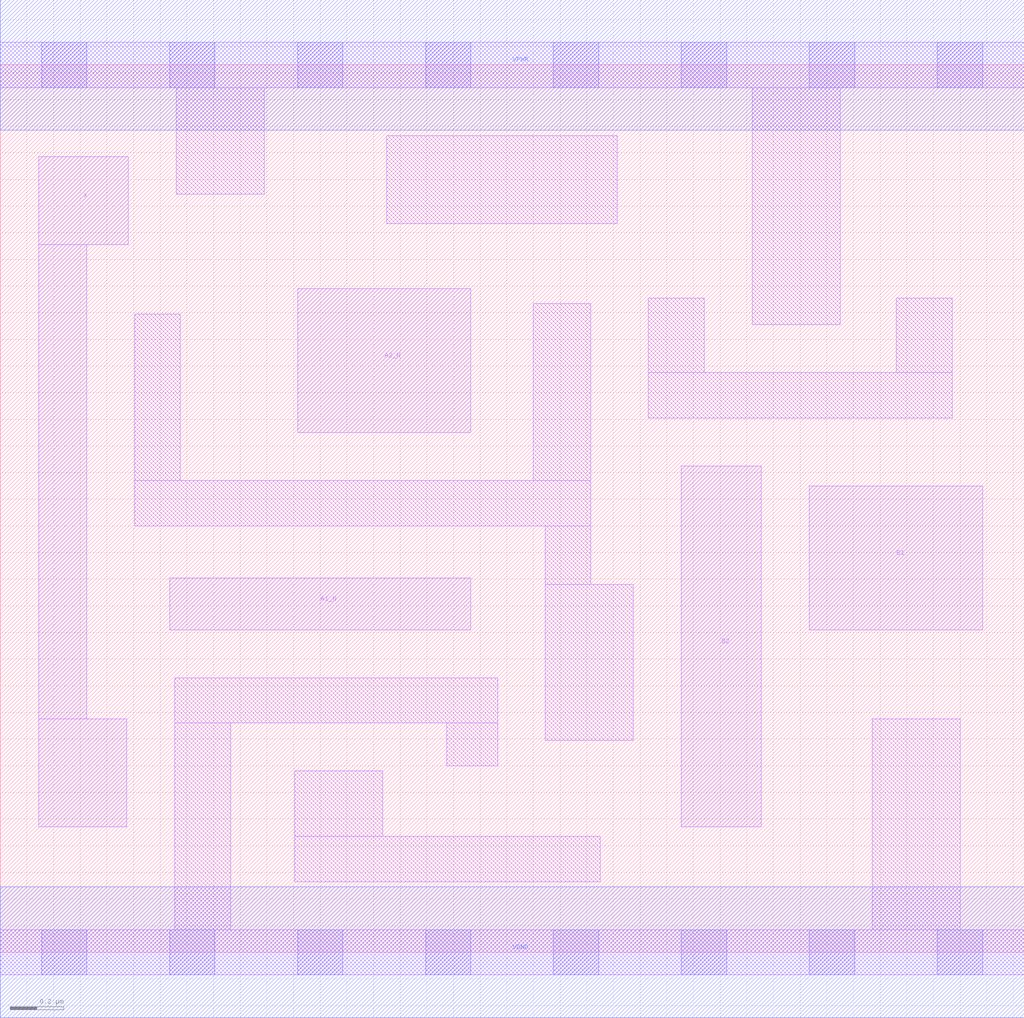
<source format=lef>
# Copyright 2020 The SkyWater PDK Authors
#
# Licensed under the Apache License, Version 2.0 (the "License");
# you may not use this file except in compliance with the License.
# You may obtain a copy of the License at
#
#     https://www.apache.org/licenses/LICENSE-2.0
#
# Unless required by applicable law or agreed to in writing, software
# distributed under the License is distributed on an "AS IS" BASIS,
# WITHOUT WARRANTIES OR CONDITIONS OF ANY KIND, either express or implied.
# See the License for the specific language governing permissions and
# limitations under the License.
#
# SPDX-License-Identifier: Apache-2.0

VERSION 5.7 ;
  NOWIREEXTENSIONATPIN ON ;
  DIVIDERCHAR "/" ;
  BUSBITCHARS "[]" ;
UNITS
  DATABASE MICRONS 200 ;
END UNITS
MACRO sky130_fd_sc_lp__a2bb2o_m
  CLASS CORE ;
  FOREIGN sky130_fd_sc_lp__a2bb2o_m ;
  ORIGIN  0.000000  0.000000 ;
  SIZE  3.840000 BY  3.330000 ;
  SYMMETRY X Y R90 ;
  SITE unit ;
  PIN A1_N
    ANTENNAGATEAREA  0.126000 ;
    DIRECTION INPUT ;
    USE SIGNAL ;
    PORT
      LAYER li1 ;
        RECT 0.635000 1.210000 1.765000 1.405000 ;
    END
  END A1_N
  PIN A2_N
    ANTENNAGATEAREA  0.126000 ;
    DIRECTION INPUT ;
    USE SIGNAL ;
    PORT
      LAYER li1 ;
        RECT 1.115000 1.950000 1.765000 2.490000 ;
    END
  END A2_N
  PIN B1
    ANTENNAGATEAREA  0.126000 ;
    DIRECTION INPUT ;
    USE SIGNAL ;
    PORT
      LAYER li1 ;
        RECT 3.035000 1.210000 3.685000 1.750000 ;
    END
  END B1
  PIN B2
    ANTENNAGATEAREA  0.126000 ;
    DIRECTION INPUT ;
    USE SIGNAL ;
    PORT
      LAYER li1 ;
        RECT 2.555000 0.470000 2.855000 1.825000 ;
    END
  END B2
  PIN X
    ANTENNADIFFAREA  0.239400 ;
    DIRECTION OUTPUT ;
    USE SIGNAL ;
    PORT
      LAYER li1 ;
        RECT 0.145000 0.470000 0.475000 0.875000 ;
        RECT 0.145000 0.875000 0.325000 2.655000 ;
        RECT 0.145000 2.655000 0.480000 2.985000 ;
    END
  END X
  PIN VGND
    DIRECTION INOUT ;
    USE GROUND ;
    PORT
      LAYER met1 ;
        RECT 0.000000 -0.245000 3.840000 0.245000 ;
    END
  END VGND
  PIN VPWR
    DIRECTION INOUT ;
    USE POWER ;
    PORT
      LAYER met1 ;
        RECT 0.000000 3.085000 3.840000 3.575000 ;
    END
  END VPWR
  OBS
    LAYER li1 ;
      RECT 0.000000 -0.085000 3.840000 0.085000 ;
      RECT 0.000000  3.245000 3.840000 3.415000 ;
      RECT 0.505000  1.600000 2.215000 1.770000 ;
      RECT 0.505000  1.770000 0.675000 2.395000 ;
      RECT 0.655000  0.085000 0.865000 0.860000 ;
      RECT 0.655000  0.860000 1.865000 1.030000 ;
      RECT 0.660000  2.845000 0.990000 3.245000 ;
      RECT 1.105000  0.265000 2.250000 0.435000 ;
      RECT 1.105000  0.435000 1.435000 0.680000 ;
      RECT 1.450000  2.735000 2.315000 3.065000 ;
      RECT 1.675000  0.700000 1.865000 0.860000 ;
      RECT 2.000000  1.770000 2.215000 2.435000 ;
      RECT 2.045000  0.795000 2.375000 1.380000 ;
      RECT 2.045000  1.380000 2.215000 1.600000 ;
      RECT 2.430000  2.005000 3.570000 2.175000 ;
      RECT 2.430000  2.175000 2.640000 2.455000 ;
      RECT 2.820000  2.355000 3.150000 3.245000 ;
      RECT 3.270000  0.085000 3.600000 0.875000 ;
      RECT 3.360000  2.175000 3.570000 2.455000 ;
    LAYER mcon ;
      RECT 0.155000 -0.085000 0.325000 0.085000 ;
      RECT 0.155000  3.245000 0.325000 3.415000 ;
      RECT 0.635000 -0.085000 0.805000 0.085000 ;
      RECT 0.635000  3.245000 0.805000 3.415000 ;
      RECT 1.115000 -0.085000 1.285000 0.085000 ;
      RECT 1.115000  3.245000 1.285000 3.415000 ;
      RECT 1.595000 -0.085000 1.765000 0.085000 ;
      RECT 1.595000  3.245000 1.765000 3.415000 ;
      RECT 2.075000 -0.085000 2.245000 0.085000 ;
      RECT 2.075000  3.245000 2.245000 3.415000 ;
      RECT 2.555000 -0.085000 2.725000 0.085000 ;
      RECT 2.555000  3.245000 2.725000 3.415000 ;
      RECT 3.035000 -0.085000 3.205000 0.085000 ;
      RECT 3.035000  3.245000 3.205000 3.415000 ;
      RECT 3.515000 -0.085000 3.685000 0.085000 ;
      RECT 3.515000  3.245000 3.685000 3.415000 ;
  END
END sky130_fd_sc_lp__a2bb2o_m
END LIBRARY

</source>
